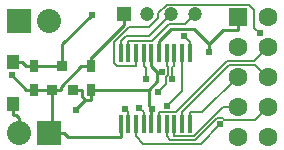
<source format=gtl>
G04 #@! TF.FileFunction,Copper,L1,Top,Signal*
%FSLAX46Y46*%
G04 Gerber Fmt 4.6, Leading zero omitted, Abs format (unit mm)*
G04 Created by KiCad (PCBNEW (2015-07-02 BZR 5871, Git 766da1e)-product) date 15-9-2015 00:01:28*
%MOMM*%
G01*
G04 APERTURE LIST*
%ADD10C,0.100000*%
%ADD11R,0.800000X1.100000*%
%ADD12R,1.000000X1.200000*%
%ADD13R,0.914400X0.914400*%
%ADD14R,0.406400X1.600000*%
%ADD15R,1.600200X1.600200*%
%ADD16C,1.600200*%
%ADD17R,1.200000X1.200000*%
%ADD18C,1.200000*%
%ADD19R,2.032000X2.032000*%
%ADD20O,2.032000X2.032000*%
%ADD21C,0.609600*%
%ADD22C,0.254000*%
%ADD23C,0.152400*%
G04 APERTURE END LIST*
D10*
D11*
X-70000000Y7400000D03*
X-70000000Y5400000D03*
X-65200000Y5400000D03*
X-65200000Y7400000D03*
D12*
X-71800000Y7800000D03*
X-71800000Y4200000D03*
D13*
X-66711000Y5384000D03*
X-68489000Y5384000D03*
X-67600000Y7416000D03*
D14*
X-62675000Y2500000D03*
X-62025000Y2500000D03*
X-61375000Y2500000D03*
X-60725000Y2500000D03*
X-60075000Y2500000D03*
X-59425000Y2500000D03*
X-58775000Y2500000D03*
X-58125000Y2500000D03*
X-57475000Y2500000D03*
X-56825000Y2500000D03*
X-56825000Y8500000D03*
X-57475000Y8500000D03*
X-58125000Y8500000D03*
X-58775000Y8500000D03*
X-59425000Y8500000D03*
X-60075000Y8500000D03*
X-60725000Y8500000D03*
X-61375000Y8500000D03*
X-62025000Y8500000D03*
X-62671000Y8500000D03*
D15*
X-52770000Y11580000D03*
D16*
X-50230000Y11580000D03*
X-52770000Y9040000D03*
X-50230000Y9040000D03*
X-52770000Y6500000D03*
X-50230000Y6500000D03*
X-52770000Y3960000D03*
X-50230000Y3960000D03*
X-52770000Y1420000D03*
X-50230000Y1420000D03*
D17*
X-62400000Y11800000D03*
D18*
X-60400000Y11800000D03*
X-58400000Y11800000D03*
X-56400000Y11800000D03*
D19*
X-71250000Y11250000D03*
D20*
X-68710000Y11250000D03*
D19*
X-68750000Y1750000D03*
D20*
X-71290000Y1750000D03*
D21*
X-71904100Y6650200D03*
X-55161400Y8596500D03*
X-65125000Y11770000D03*
X-60032000Y3771900D03*
X-66446600Y3733400D03*
X-59204300Y6906500D03*
X-50868700Y10205400D03*
X-60524000Y6347400D03*
X-54260200Y2485600D03*
X-59524200Y5234800D03*
X-62289000Y3771800D03*
X-57271400Y9960400D03*
X-58716100Y4062700D03*
X-58285100Y6286200D03*
X-61085900Y3915000D03*
D22*
X-70000000Y5400000D02*
X-70679700Y5400000D01*
X-70679700Y5425800D02*
X-71904100Y6650200D01*
X-70679700Y5400000D02*
X-70679700Y5425800D01*
X-65090600Y8229700D02*
X-65200000Y8229700D01*
X-62400000Y10920300D02*
X-65090600Y8229700D01*
X-62400000Y11800000D02*
X-62400000Y10920300D01*
X-65200000Y7511900D02*
X-65200000Y8229700D01*
X-65200000Y7511900D02*
X-65200000Y7420200D01*
X-62675000Y2500000D02*
X-62675000Y1420300D01*
X-52770000Y11580000D02*
X-52770000Y10500200D01*
X-59425000Y8500000D02*
X-59425000Y9579700D01*
X-67124600Y1420300D02*
X-67454300Y1750000D01*
X-62675000Y1420300D02*
X-67124600Y1420300D01*
X-69304300Y5384000D02*
X-69320300Y5400000D01*
X-68489000Y5384000D02*
X-69304300Y5384000D01*
X-70000000Y5400000D02*
X-69320300Y5400000D01*
X-68750000Y1750000D02*
X-68102100Y1750000D01*
X-68102100Y1750000D02*
X-67454300Y1750000D01*
X-68489000Y2136900D02*
X-68489000Y5384000D01*
X-68102100Y1750000D02*
X-68489000Y2136900D01*
X-65200000Y7400000D02*
X-65200000Y7410100D01*
X-65200000Y7410100D02*
X-65200000Y7420200D01*
X-67752100Y5660400D02*
X-67752100Y5384000D01*
X-66002400Y7410100D02*
X-67752100Y5660400D01*
X-65200000Y7410100D02*
X-66002400Y7410100D01*
X-68489000Y5384000D02*
X-67752100Y5384000D01*
X-53976600Y10500200D02*
X-52770000Y10500200D01*
X-55161400Y9315400D02*
X-53976600Y10500200D01*
X-56427000Y10581000D02*
X-55161400Y9315400D01*
X-58423700Y10581000D02*
X-56427000Y10581000D01*
X-59425000Y9579700D02*
X-58423700Y10581000D01*
X-55161400Y9315400D02*
X-55161400Y8596500D01*
X-71020300Y7740600D02*
X-70679700Y7400000D01*
X-71020300Y7800000D02*
X-71020300Y7740600D01*
X-70000000Y7400000D02*
X-70679700Y7400000D01*
X-71800000Y7800000D02*
X-71020300Y7800000D01*
X-67600000Y9295000D02*
X-67600000Y7416000D01*
X-65125000Y11770000D02*
X-67600000Y9295000D01*
X-70000000Y7400000D02*
X-69320300Y7400000D01*
X-69304300Y7416000D02*
X-69320300Y7400000D01*
X-67600000Y7416000D02*
X-69304300Y7416000D01*
X-65200000Y5400000D02*
X-65200000Y4570300D01*
X-66711000Y5384000D02*
X-65974100Y5384000D01*
X-65974100Y4883300D02*
X-65661100Y4570300D01*
X-65974100Y5384000D02*
X-65974100Y4883300D01*
X-65661100Y4570300D02*
X-65200000Y4570300D01*
X-66446600Y3784800D02*
X-66446600Y3733400D01*
X-65661100Y4570300D02*
X-66446600Y3784800D01*
X-60075000Y8500000D02*
X-60075000Y7420300D01*
X-60075000Y3728900D02*
X-60032000Y3771900D01*
X-60075000Y2500000D02*
X-60075000Y3728900D01*
X-59204300Y6906500D02*
X-59561200Y6906500D01*
X-59561200Y6906500D02*
X-60075000Y7420300D01*
X-65200000Y5400000D02*
X-64520300Y5400000D01*
X-60301000Y5400000D02*
X-64520300Y5400000D01*
X-60301000Y4040900D02*
X-60301000Y5400000D01*
X-60032000Y3771900D02*
X-60301000Y4040900D01*
X-59561200Y6139800D02*
X-60301000Y5400000D01*
X-59561200Y6906500D02*
X-59561200Y6139800D01*
X-71564600Y3320300D02*
X-71800000Y3320300D01*
X-71290000Y3045700D02*
X-71564600Y3320300D01*
X-71290000Y1750000D02*
X-71290000Y3045700D01*
X-71800000Y4200000D02*
X-71800000Y3320300D01*
D23*
X-62671000Y8500000D02*
X-62671000Y9528900D01*
X-62239200Y9960700D02*
X-62671000Y9528900D01*
X-60239300Y9960700D02*
X-62239200Y9960700D01*
X-58400000Y11800000D02*
X-60239300Y9960700D01*
X-59979300Y9528900D02*
X-62025000Y9528900D01*
X-58537200Y10971000D02*
X-59979300Y9528900D01*
X-57229000Y10971000D02*
X-58537200Y10971000D01*
X-56400000Y11800000D02*
X-57229000Y10971000D01*
X-62025000Y8500000D02*
X-62025000Y9528900D01*
X-63011700Y7471100D02*
X-61375000Y7471100D01*
X-63192100Y7651500D02*
X-63011700Y7471100D01*
X-63192100Y9456000D02*
X-63192100Y7651500D01*
X-61919600Y10728500D02*
X-63192100Y9456000D01*
X-60286400Y10728500D02*
X-61919600Y10728500D01*
X-59507800Y11507100D02*
X-60286400Y10728500D01*
X-59507800Y11890300D02*
X-59507800Y11507100D01*
X-58769100Y12629000D02*
X-59507800Y11890300D01*
X-51835500Y12629000D02*
X-58769100Y12629000D01*
X-51350000Y12143500D02*
X-51835500Y12629000D01*
X-51350000Y10686700D02*
X-51350000Y12143500D01*
X-50868700Y10205400D02*
X-51350000Y10686700D01*
X-61375000Y8500000D02*
X-61375000Y7471100D01*
X-60524000Y7270100D02*
X-60524000Y6347400D01*
X-60725000Y7471100D02*
X-60524000Y7270100D01*
X-60725000Y8500000D02*
X-60725000Y7471100D01*
X-60758900Y855000D02*
X-61375000Y1471100D01*
X-55890800Y855000D02*
X-60758900Y855000D01*
X-54260200Y2485600D02*
X-55890800Y855000D01*
X-61375000Y2500000D02*
X-61375000Y1471100D01*
X-59425000Y2500000D02*
X-59425000Y3528900D01*
X-51382900Y7887100D02*
X-50230000Y9040000D01*
X-53648100Y7887100D02*
X-51382900Y7887100D01*
X-58006300Y3528900D02*
X-53648100Y7887100D01*
X-59425000Y3528900D02*
X-58006300Y3528900D01*
X-55741100Y3528900D02*
X-56825000Y3528900D01*
X-52770000Y6500000D02*
X-55741100Y3528900D01*
X-56825000Y2500000D02*
X-56825000Y3528900D01*
X-53448400Y7555500D02*
X-57475000Y3528900D01*
X-51285500Y7555500D02*
X-53448400Y7555500D01*
X-50230000Y6500000D02*
X-51285500Y7555500D01*
X-57475000Y2500000D02*
X-57475000Y3528900D01*
X-58125000Y2500000D02*
X-58125000Y1471100D01*
X-56461000Y1471100D02*
X-58125000Y1471100D01*
X-53972100Y3960000D02*
X-56461000Y1471100D01*
X-52770000Y3960000D02*
X-53972100Y3960000D01*
X-58775000Y2500000D02*
X-58775000Y1471100D01*
X-58469900Y1166000D02*
X-58775000Y1471100D01*
X-56334500Y1166000D02*
X-58469900Y1166000D01*
X-54481200Y3019300D02*
X-56334500Y1166000D01*
X-54039000Y3019300D02*
X-54481200Y3019300D01*
X-53911000Y2891300D02*
X-54039000Y3019300D01*
X-51298700Y2891300D02*
X-53911000Y2891300D01*
X-50230000Y3960000D02*
X-51298700Y2891300D01*
X-58775000Y8500000D02*
X-58775000Y7471100D01*
X-58818800Y5940200D02*
X-59524200Y5234800D01*
X-58818800Y6507300D02*
X-58818800Y5940200D01*
X-58637900Y6688200D02*
X-58818800Y6507300D01*
X-58637900Y7334000D02*
X-58637900Y6688200D01*
X-58775000Y7471100D02*
X-58637900Y7334000D01*
X-62046100Y3528900D02*
X-62025000Y3528900D01*
X-62289000Y3771800D02*
X-62046100Y3528900D01*
X-62025000Y2500000D02*
X-62025000Y3528900D01*
X-56839900Y9528900D02*
X-56825000Y9528900D01*
X-57271400Y9960400D02*
X-56839900Y9528900D01*
X-56825000Y8500000D02*
X-56825000Y9528900D01*
X-57475000Y8500000D02*
X-57475000Y7471100D01*
X-57475000Y5303800D02*
X-57475000Y7471100D01*
X-58716100Y4062700D02*
X-57475000Y5303800D01*
X-58285100Y7311000D02*
X-58125000Y7471100D01*
X-58285100Y6286200D02*
X-58285100Y7311000D01*
X-58125000Y8500000D02*
X-58125000Y7471100D01*
X-60725000Y3554100D02*
X-61085900Y3915000D01*
X-60725000Y2500000D02*
X-60725000Y3554100D01*
M02*

</source>
